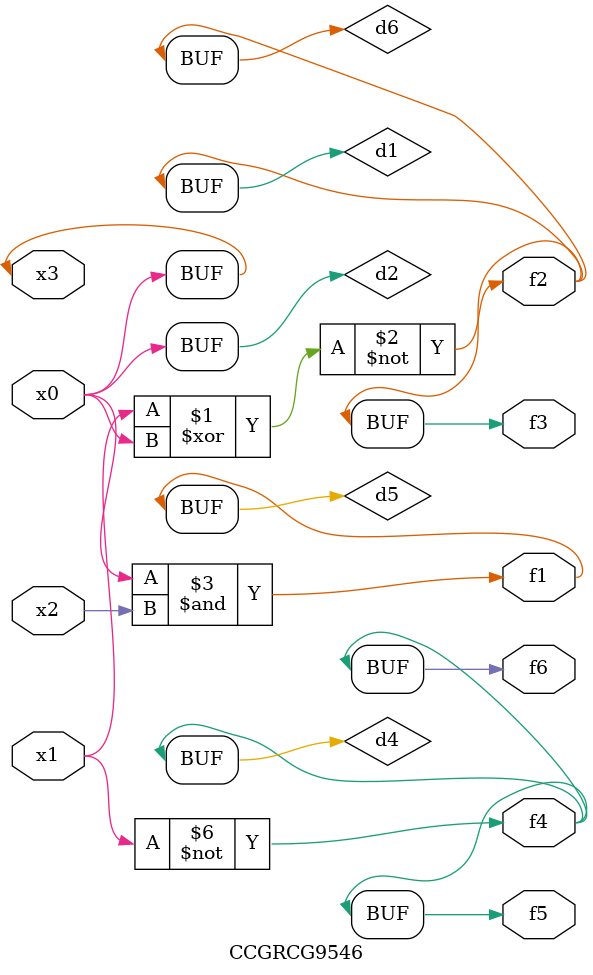
<source format=v>
module CCGRCG9546(
	input x0, x1, x2, x3,
	output f1, f2, f3, f4, f5, f6
);

	wire d1, d2, d3, d4, d5, d6;

	xnor (d1, x1, x3);
	buf (d2, x0, x3);
	nand (d3, x0, x2);
	not (d4, x1);
	nand (d5, d3);
	or (d6, d1);
	assign f1 = d5;
	assign f2 = d6;
	assign f3 = d6;
	assign f4 = d4;
	assign f5 = d4;
	assign f6 = d4;
endmodule

</source>
